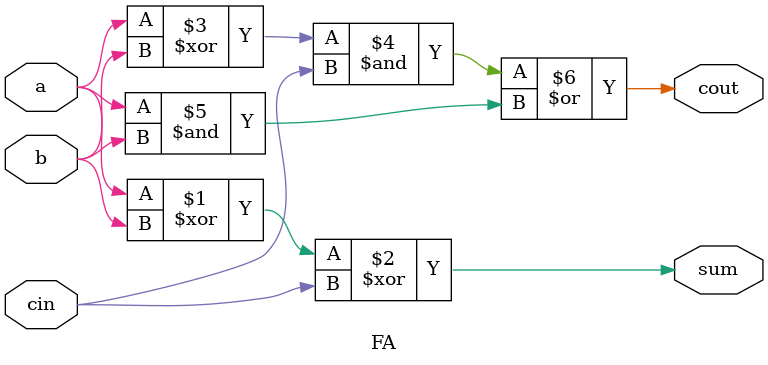
<source format=v>
`timescale 1ns / 1ps


module Alu(input [31:0]a, input [31:0]b , input [3:0] select, output zero, output reg[31:0] res);
wire[31:0] sum, sub;

always @* begin
    case(select)
    
    4'b0010: begin
    res = sum; 
    end
    
    4'b0110: begin
    res = sub;
    end
    
    4'b0000: begin
    res =a&b;
    end
    
    4'b0001: begin
    res =a|b;
    end
    
    default: begin
    res = 0;
    end
    
    endcase
end

RCA summation (a,b, 0, sum);
RCA substr (a,b, 1, sub);

assign zero = (res)? 0:1; 

endmodule


module RCA(input[31:0] a, input[31:0] b, input op, output[31:0] res);
genvar i;
wire[31:0] c;

FA fa1 (a[0], b[0]^op, op, res[0], c[0]);

    generate
        for(i=1; i<32; i=i+1) begin :rcaloop
            FA fa (a[i], b[i]^op, c[i-1], res[i], c[i]);
        end
    endgenerate
    
    
endmodule 




module FA(input a, input b, input cin, output sum, output cout);

assign sum = (a^b)^cin;
assign cout = ((a^b)&cin)|(a&b);

endmodule
</source>
